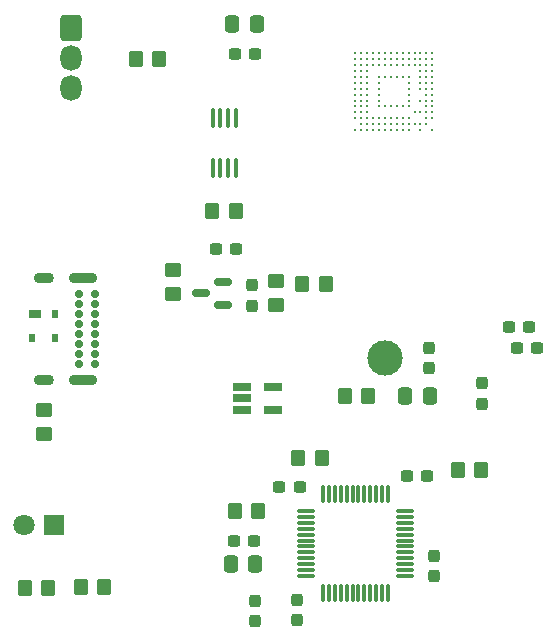
<source format=gbr>
%TF.GenerationSoftware,KiCad,Pcbnew,7.0.5*%
%TF.CreationDate,2023-08-14T22:02:20+09:00*%
%TF.ProjectId,sdcdmuxemmc,73646364-6d75-4786-956d-6d632e6b6963,rev?*%
%TF.SameCoordinates,Original*%
%TF.FileFunction,Soldermask,Bot*%
%TF.FilePolarity,Negative*%
%FSLAX46Y46*%
G04 Gerber Fmt 4.6, Leading zero omitted, Abs format (unit mm)*
G04 Created by KiCad (PCBNEW 7.0.5) date 2023-08-14 22:02:20*
%MOMM*%
%LPD*%
G01*
G04 APERTURE LIST*
G04 Aperture macros list*
%AMRoundRect*
0 Rectangle with rounded corners*
0 $1 Rounding radius*
0 $2 $3 $4 $5 $6 $7 $8 $9 X,Y pos of 4 corners*
0 Add a 4 corners polygon primitive as box body*
4,1,4,$2,$3,$4,$5,$6,$7,$8,$9,$2,$3,0*
0 Add four circle primitives for the rounded corners*
1,1,$1+$1,$2,$3*
1,1,$1+$1,$4,$5*
1,1,$1+$1,$6,$7*
1,1,$1+$1,$8,$9*
0 Add four rect primitives between the rounded corners*
20,1,$1+$1,$2,$3,$4,$5,0*
20,1,$1+$1,$4,$5,$6,$7,0*
20,1,$1+$1,$6,$7,$8,$9,0*
20,1,$1+$1,$8,$9,$2,$3,0*%
G04 Aperture macros list end*
%ADD10C,3.000000*%
%ADD11RoundRect,0.250200X-0.649800X0.849800X-0.649800X-0.849800X0.649800X-0.849800X0.649800X0.849800X0*%
%ADD12O,1.800000X2.200000*%
%ADD13C,0.700000*%
%ADD14O,2.400000X0.900000*%
%ADD15O,1.700000X0.900000*%
%ADD16R,1.800000X1.800000*%
%ADD17C,1.800000*%
%ADD18RoundRect,0.250000X0.337500X0.475000X-0.337500X0.475000X-0.337500X-0.475000X0.337500X-0.475000X0*%
%ADD19RoundRect,0.250000X-0.350000X-0.450000X0.350000X-0.450000X0.350000X0.450000X-0.350000X0.450000X0*%
%ADD20RoundRect,0.250000X0.350000X0.450000X-0.350000X0.450000X-0.350000X-0.450000X0.350000X-0.450000X0*%
%ADD21RoundRect,0.237500X0.237500X-0.300000X0.237500X0.300000X-0.237500X0.300000X-0.237500X-0.300000X0*%
%ADD22RoundRect,0.150000X0.587500X0.150000X-0.587500X0.150000X-0.587500X-0.150000X0.587500X-0.150000X0*%
%ADD23RoundRect,0.237500X-0.237500X0.300000X-0.237500X-0.300000X0.237500X-0.300000X0.237500X0.300000X0*%
%ADD24RoundRect,0.237500X-0.300000X-0.237500X0.300000X-0.237500X0.300000X0.237500X-0.300000X0.237500X0*%
%ADD25RoundRect,0.250000X-0.450000X0.350000X-0.450000X-0.350000X0.450000X-0.350000X0.450000X0.350000X0*%
%ADD26R,1.560000X0.650000*%
%ADD27RoundRect,0.237500X0.300000X0.237500X-0.300000X0.237500X-0.300000X-0.237500X0.300000X-0.237500X0*%
%ADD28R,1.000000X0.700000*%
%ADD29R,0.600000X0.700000*%
%ADD30RoundRect,0.075000X-0.075000X0.662500X-0.075000X-0.662500X0.075000X-0.662500X0.075000X0.662500X0*%
%ADD31RoundRect,0.075000X-0.662500X0.075000X-0.662500X-0.075000X0.662500X-0.075000X0.662500X0.075000X0*%
%ADD32C,0.254000*%
%ADD33RoundRect,0.250000X0.450000X-0.350000X0.450000X0.350000X-0.450000X0.350000X-0.450000X-0.350000X0*%
%ADD34RoundRect,0.100000X0.100000X-0.712500X0.100000X0.712500X-0.100000X0.712500X-0.100000X-0.712500X0*%
G04 APERTURE END LIST*
D10*
%TO.C,U402*%
X193500000Y-100000000D03*
%TD*%
D11*
%TO.C,U201*%
X166882500Y-72080000D03*
D12*
X166882500Y-74620000D03*
X166882500Y-77160000D03*
%TD*%
D13*
%TO.C,J101*%
X168950000Y-94550000D03*
X168950000Y-95400000D03*
X168950000Y-96250000D03*
X168950000Y-97100000D03*
X168950000Y-97950000D03*
X168950000Y-98800000D03*
X168950000Y-99650000D03*
X168950000Y-100500000D03*
X167600000Y-100500000D03*
X167600000Y-99650000D03*
X167600000Y-98800000D03*
X167600000Y-97950000D03*
X167600000Y-97100000D03*
X167600000Y-96250000D03*
X167600000Y-95400000D03*
X167600000Y-94550000D03*
D14*
X167970000Y-93200000D03*
D15*
X164590000Y-93200000D03*
D14*
X167970000Y-101850000D03*
D15*
X164590000Y-101850000D03*
%TD*%
D16*
%TO.C,D202*%
X165465000Y-114100000D03*
D17*
X162925000Y-114100000D03*
%TD*%
D18*
%TO.C,C401*%
X197287500Y-103250000D03*
X195212500Y-103250000D03*
%TD*%
D19*
%TO.C,R503*%
X180760000Y-112950000D03*
X182760000Y-112950000D03*
%TD*%
D20*
%TO.C,R403*%
X201640000Y-109500000D03*
X199640000Y-109500000D03*
%TD*%
D21*
%TO.C,C506*%
X197610000Y-118462500D03*
X197610000Y-116737500D03*
%TD*%
D22*
%TO.C,Q301*%
X179787500Y-93570000D03*
X179787500Y-95470000D03*
X177912500Y-94520000D03*
%TD*%
D23*
%TO.C,C301*%
X182200000Y-93837500D03*
X182200000Y-95562500D03*
%TD*%
D19*
%TO.C,R402*%
X190090000Y-103210000D03*
X192090000Y-103210000D03*
%TD*%
D24*
%TO.C,C508*%
X184557500Y-110920000D03*
X186282500Y-110920000D03*
%TD*%
D25*
%TO.C,R302*%
X184300000Y-93500000D03*
X184300000Y-95500000D03*
%TD*%
D24*
%TO.C,C507*%
X195337500Y-109980000D03*
X197062500Y-109980000D03*
%TD*%
D20*
%TO.C,R301*%
X188510000Y-93720000D03*
X186510000Y-93720000D03*
%TD*%
%TO.C,R303*%
X180870000Y-87550000D03*
X178870000Y-87550000D03*
%TD*%
D21*
%TO.C,C405*%
X197250000Y-100862500D03*
X197250000Y-99137500D03*
%TD*%
D26*
%TO.C,U503*%
X181350000Y-104360000D03*
X181350000Y-103410000D03*
X181350000Y-102460000D03*
X184050000Y-102460000D03*
X184050000Y-104360000D03*
%TD*%
D27*
%TO.C,C510*%
X182422500Y-115520000D03*
X180697500Y-115520000D03*
%TD*%
D23*
%TO.C,C501*%
X182520000Y-120567500D03*
X182520000Y-122292500D03*
%TD*%
D18*
%TO.C,C306*%
X182637500Y-71700000D03*
X180562500Y-71700000D03*
%TD*%
D27*
%TO.C,C603*%
X206372500Y-99160000D03*
X204647500Y-99160000D03*
%TD*%
%TO.C,C303*%
X180882500Y-90750000D03*
X179157500Y-90750000D03*
%TD*%
D28*
%TO.C,D101*%
X163850000Y-96300000D03*
D29*
X165550000Y-96300000D03*
X165550000Y-98300000D03*
X163650000Y-98300000D03*
%TD*%
D30*
%TO.C,U502*%
X188250000Y-111537500D03*
X188750000Y-111537500D03*
X189250000Y-111537500D03*
X189750000Y-111537500D03*
X190250000Y-111537500D03*
X190750000Y-111537500D03*
X191250000Y-111537500D03*
X191750000Y-111537500D03*
X192250000Y-111537500D03*
X192750000Y-111537500D03*
X193250000Y-111537500D03*
X193750000Y-111537500D03*
D31*
X195162500Y-112950000D03*
X195162500Y-113450000D03*
X195162500Y-113950000D03*
X195162500Y-114450000D03*
X195162500Y-114950000D03*
X195162500Y-115450000D03*
X195162500Y-115950000D03*
X195162500Y-116450000D03*
X195162500Y-116950000D03*
X195162500Y-117450000D03*
X195162500Y-117950000D03*
X195162500Y-118450000D03*
D30*
X193750000Y-119862500D03*
X193250000Y-119862500D03*
X192750000Y-119862500D03*
X192250000Y-119862500D03*
X191750000Y-119862500D03*
X191250000Y-119862500D03*
X190750000Y-119862500D03*
X190250000Y-119862500D03*
X189750000Y-119862500D03*
X189250000Y-119862500D03*
X188750000Y-119862500D03*
X188250000Y-119862500D03*
D31*
X186837500Y-118450000D03*
X186837500Y-117950000D03*
X186837500Y-117450000D03*
X186837500Y-116950000D03*
X186837500Y-116450000D03*
X186837500Y-115950000D03*
X186837500Y-115450000D03*
X186837500Y-114950000D03*
X186837500Y-114450000D03*
X186837500Y-113950000D03*
X186837500Y-113450000D03*
X186837500Y-112950000D03*
%TD*%
D20*
%TO.C,R501*%
X188130000Y-108480000D03*
X186130000Y-108480000D03*
%TD*%
D19*
%TO.C,R202*%
X163000000Y-119500000D03*
X165000000Y-119500000D03*
%TD*%
D23*
%TO.C,C407*%
X201750000Y-102137500D03*
X201750000Y-103862500D03*
%TD*%
D20*
%TO.C,R205*%
X174380000Y-74700000D03*
X172380000Y-74700000D03*
%TD*%
%TO.C,R201*%
X169720000Y-119420000D03*
X167720000Y-119420000D03*
%TD*%
D32*
%TO.C,U604*%
X197500000Y-80700000D03*
X197500000Y-79700000D03*
X197500000Y-79200000D03*
X197500000Y-78700000D03*
X197500000Y-78200000D03*
X197500000Y-77700000D03*
X197500000Y-77200000D03*
X197500000Y-76700000D03*
X197500000Y-76200000D03*
X197500000Y-75700000D03*
X197500000Y-75200000D03*
X197500000Y-74700000D03*
X197500000Y-74200000D03*
X197000000Y-80200000D03*
X197000000Y-79700000D03*
X197000000Y-79200000D03*
X197000000Y-78700000D03*
X197000000Y-78200000D03*
X197000000Y-77700000D03*
X197000000Y-77200000D03*
X197000000Y-76700000D03*
X197000000Y-76200000D03*
X197000000Y-75700000D03*
X197000000Y-75200000D03*
X197000000Y-74700000D03*
X197000000Y-74200000D03*
X196500000Y-80700000D03*
X196500000Y-80200000D03*
X196500000Y-79200000D03*
X196500000Y-78200000D03*
X196500000Y-77200000D03*
X196500000Y-76700000D03*
X196500000Y-76200000D03*
X196500000Y-75700000D03*
X196500000Y-75200000D03*
X196500000Y-74700000D03*
X196500000Y-74200000D03*
X196000000Y-80200000D03*
X196000000Y-79200000D03*
X196000000Y-75200000D03*
X196000000Y-74700000D03*
X196000000Y-74200000D03*
X195500000Y-80700000D03*
X195500000Y-80200000D03*
X195500000Y-79700000D03*
X195500000Y-78700000D03*
X195500000Y-78200000D03*
X195500000Y-77700000D03*
X195500000Y-77200000D03*
X195500000Y-76700000D03*
X195500000Y-76200000D03*
X195500000Y-75200000D03*
X195500000Y-74700000D03*
X195500000Y-74200000D03*
X195000000Y-80700000D03*
X195000000Y-80200000D03*
X195000000Y-79700000D03*
X195000000Y-78700000D03*
X195000000Y-76200000D03*
X195000000Y-75200000D03*
X195000000Y-74700000D03*
X195000000Y-74200000D03*
X194500000Y-80700000D03*
X194500000Y-80200000D03*
X194500000Y-79700000D03*
X194500000Y-78700000D03*
X194500000Y-76200000D03*
X194500000Y-75200000D03*
X194500000Y-74700000D03*
X194500000Y-74200000D03*
X194000000Y-80700000D03*
X194000000Y-80200000D03*
X194000000Y-79700000D03*
X194000000Y-78700000D03*
X194000000Y-76200000D03*
X194000000Y-75200000D03*
X194000000Y-74700000D03*
X194000000Y-74200000D03*
X193500000Y-80700000D03*
X193500000Y-80200000D03*
X193500000Y-79700000D03*
X193500000Y-78700000D03*
X193500000Y-76200000D03*
X193500000Y-75200000D03*
X193500000Y-74700000D03*
X193500000Y-74200000D03*
X193000000Y-80700000D03*
X193000000Y-80200000D03*
X193000000Y-79700000D03*
X193000000Y-78700000D03*
X193000000Y-78200000D03*
X193000000Y-77700000D03*
X193000000Y-77200000D03*
X193000000Y-76700000D03*
X193000000Y-76200000D03*
X193000000Y-75200000D03*
X193000000Y-74700000D03*
X193000000Y-74200000D03*
X192500000Y-80700000D03*
X192500000Y-80200000D03*
X192500000Y-79700000D03*
X192500000Y-75200000D03*
X192500000Y-74700000D03*
X192500000Y-74200000D03*
X192000000Y-80700000D03*
X192000000Y-80200000D03*
X192000000Y-79700000D03*
X192000000Y-79200000D03*
X192000000Y-78700000D03*
X192000000Y-78200000D03*
X192000000Y-77700000D03*
X192000000Y-77200000D03*
X192000000Y-76700000D03*
X192000000Y-76200000D03*
X192000000Y-75700000D03*
X192000000Y-75200000D03*
X192000000Y-74700000D03*
X192000000Y-74200000D03*
X191500000Y-80700000D03*
X191500000Y-80200000D03*
X191500000Y-79700000D03*
X191500000Y-79200000D03*
X191500000Y-78700000D03*
X191500000Y-78200000D03*
X191500000Y-77700000D03*
X191500000Y-77200000D03*
X191500000Y-76700000D03*
X191500000Y-76200000D03*
X191500000Y-75700000D03*
X191500000Y-75200000D03*
X191500000Y-74700000D03*
X191500000Y-74200000D03*
X191000000Y-80700000D03*
X191000000Y-79700000D03*
X191000000Y-79200000D03*
X191000000Y-78700000D03*
X191000000Y-78200000D03*
X191000000Y-77700000D03*
X191000000Y-77200000D03*
X191000000Y-76700000D03*
X191000000Y-76200000D03*
X191000000Y-75700000D03*
X191000000Y-75200000D03*
X191000000Y-74700000D03*
X191000000Y-74200000D03*
%TD*%
D33*
%TO.C,R304*%
X175510000Y-94570000D03*
X175510000Y-92570000D03*
%TD*%
D23*
%TO.C,C503*%
X186020000Y-120487500D03*
X186020000Y-122212500D03*
%TD*%
D18*
%TO.C,C513*%
X182527500Y-117470000D03*
X180452500Y-117470000D03*
%TD*%
D25*
%TO.C,R103*%
X164600000Y-104400000D03*
X164600000Y-106400000D03*
%TD*%
D27*
%TO.C,C602*%
X205713500Y-97409000D03*
X203988500Y-97409000D03*
%TD*%
D34*
%TO.C,Q302*%
X180845000Y-83932500D03*
X180195000Y-83932500D03*
X179545000Y-83932500D03*
X178895000Y-83932500D03*
X178895000Y-79707500D03*
X179545000Y-79707500D03*
X180195000Y-79707500D03*
X180845000Y-79707500D03*
%TD*%
D27*
%TO.C,C305*%
X182502500Y-74230000D03*
X180777500Y-74230000D03*
%TD*%
M02*

</source>
